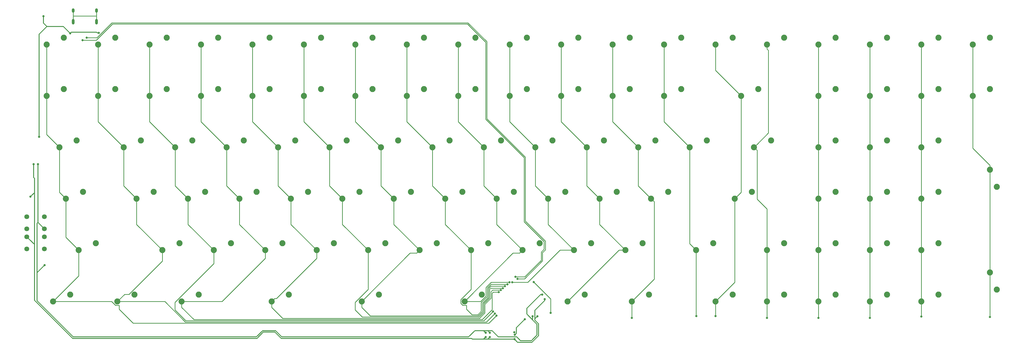
<source format=gtl>
G04 #@! TF.GenerationSoftware,KiCad,Pcbnew,(5.1.4)-1*
G04 #@! TF.CreationDate,2020-07-23T17:22:27-07:00*
G04 #@! TF.ProjectId,v1PCB,76315043-422e-46b6-9963-61645f706362,rev?*
G04 #@! TF.SameCoordinates,Original*
G04 #@! TF.FileFunction,Copper,L1,Top*
G04 #@! TF.FilePolarity,Positive*
%FSLAX46Y46*%
G04 Gerber Fmt 4.6, Leading zero omitted, Abs format (unit mm)*
G04 Created by KiCad (PCBNEW (5.1.4)-1) date 2020-07-23 17:22:27*
%MOMM*%
%LPD*%
G04 APERTURE LIST*
%ADD10C,2.250000*%
%ADD11O,1.000000X2.100000*%
%ADD12O,1.000000X1.600000*%
%ADD13C,1.800000*%
%ADD14C,0.800000*%
%ADD15C,0.304800*%
%ADD16C,0.254000*%
G04 APERTURE END LIST*
D10*
X145415000Y-111252000D03*
X139065000Y-113792000D03*
X138271250Y-187452000D03*
X131921250Y-189992000D03*
X281146250Y-206502000D03*
X274796250Y-209042000D03*
X471805000Y-204597000D03*
X469265000Y-198247000D03*
X471805000Y-166497000D03*
X469265000Y-160147000D03*
X209708750Y-206502000D03*
X203358750Y-209042000D03*
X366871250Y-187452000D03*
X360521250Y-189992000D03*
X381158750Y-168402000D03*
X374808750Y-170942000D03*
X383540000Y-130302000D03*
X377190000Y-132842000D03*
X321627500Y-187452000D03*
X315277500Y-189992000D03*
D11*
X129823750Y-105332000D03*
X138463750Y-105332000D03*
D12*
X129823750Y-101152000D03*
X138463750Y-101152000D03*
D10*
X126365000Y-111252000D03*
X120015000Y-113792000D03*
X302577500Y-187452000D03*
X296227500Y-189992000D03*
X169227500Y-187452000D03*
X162877500Y-189992000D03*
X240665000Y-111252000D03*
X234315000Y-113792000D03*
X183515000Y-111252000D03*
X177165000Y-113792000D03*
X393065000Y-187452000D03*
X386715000Y-189992000D03*
X173990000Y-149352000D03*
X167640000Y-151892000D03*
X412115000Y-149352000D03*
X405765000Y-151892000D03*
D13*
X112701000Y-189575000D03*
X119201000Y-185075000D03*
X112701000Y-185075000D03*
X119201000Y-189575000D03*
D10*
X450215000Y-206502000D03*
X443865000Y-209042000D03*
X431165000Y-206502000D03*
X424815000Y-209042000D03*
X412115000Y-206502000D03*
X405765000Y-209042000D03*
X393065000Y-206502000D03*
X386715000Y-209042000D03*
X374015000Y-206502000D03*
X367665000Y-209042000D03*
X343058750Y-206502000D03*
X336708750Y-209042000D03*
X319246250Y-206502000D03*
X312896250Y-209042000D03*
X243046250Y-206502000D03*
X236696250Y-209042000D03*
X176371250Y-206502000D03*
X170021250Y-209042000D03*
X152558750Y-206502000D03*
X146208750Y-209042000D03*
X128746250Y-206502000D03*
X122396250Y-209042000D03*
X450215000Y-187452000D03*
X443865000Y-189992000D03*
X431165000Y-187452000D03*
X424815000Y-189992000D03*
X412115000Y-187452000D03*
X405765000Y-189992000D03*
X340677500Y-187452000D03*
X334327500Y-189992000D03*
X283527500Y-187452000D03*
X277177500Y-189992000D03*
X264477500Y-187452000D03*
X258127500Y-189992000D03*
X245427500Y-187452000D03*
X239077500Y-189992000D03*
X226377500Y-187452000D03*
X220027500Y-189992000D03*
X207327500Y-187452000D03*
X200977500Y-189992000D03*
X188277500Y-187452000D03*
X181927500Y-189992000D03*
X450215000Y-168402000D03*
X443865000Y-170942000D03*
X431165000Y-168402000D03*
X424815000Y-170942000D03*
X412115000Y-168402000D03*
X405765000Y-170942000D03*
X350202500Y-168402000D03*
X343852500Y-170942000D03*
X331152500Y-168402000D03*
X324802500Y-170942000D03*
X312102500Y-168402000D03*
X305752500Y-170942000D03*
X293052500Y-168402000D03*
X286702500Y-170942000D03*
X274002500Y-168402000D03*
X267652500Y-170942000D03*
X254952500Y-168402000D03*
X248602500Y-170942000D03*
X235902500Y-168402000D03*
X229552500Y-170942000D03*
X216852500Y-168402000D03*
X210502500Y-170942000D03*
X197802500Y-168402000D03*
X191452500Y-170942000D03*
X178752500Y-168402000D03*
X172402500Y-170942000D03*
X159702500Y-168402000D03*
X153352500Y-170942000D03*
X133508750Y-168402000D03*
X127158750Y-170942000D03*
X450215000Y-149352000D03*
X443865000Y-151892000D03*
X431165000Y-149352000D03*
X424815000Y-151892000D03*
X388302500Y-149352000D03*
X381952500Y-151892000D03*
X364490000Y-149352000D03*
X358140000Y-151892000D03*
X345440000Y-149352000D03*
X339090000Y-151892000D03*
X326390000Y-149352000D03*
X320040000Y-151892000D03*
X307340000Y-149352000D03*
X300990000Y-151892000D03*
X288290000Y-149352000D03*
X281940000Y-151892000D03*
X269240000Y-149352000D03*
X262890000Y-151892000D03*
X250190000Y-149352000D03*
X243840000Y-151892000D03*
X231140000Y-149352000D03*
X224790000Y-151892000D03*
X212090000Y-149352000D03*
X205740000Y-151892000D03*
X193040000Y-149352000D03*
X186690000Y-151892000D03*
X154940000Y-149352000D03*
X148590000Y-151892000D03*
X131127500Y-149352000D03*
X124777500Y-151892000D03*
X469265000Y-130302000D03*
X462915000Y-132842000D03*
X450215000Y-130302000D03*
X443865000Y-132842000D03*
X431165000Y-130302000D03*
X424815000Y-132842000D03*
X412115000Y-130302000D03*
X405765000Y-132842000D03*
X354965000Y-130302000D03*
X348615000Y-132842000D03*
X335915000Y-130302000D03*
X329565000Y-132842000D03*
X316865000Y-130302000D03*
X310515000Y-132842000D03*
X297815000Y-130302000D03*
X291465000Y-132842000D03*
X278765000Y-130302000D03*
X272415000Y-132842000D03*
X259715000Y-130302000D03*
X253365000Y-132842000D03*
X240665000Y-130302000D03*
X234315000Y-132842000D03*
X221615000Y-130302000D03*
X215265000Y-132842000D03*
X202565000Y-130302000D03*
X196215000Y-132842000D03*
X183515000Y-130302000D03*
X177165000Y-132842000D03*
X164465000Y-130302000D03*
X158115000Y-132842000D03*
X145415000Y-130302000D03*
X139065000Y-132842000D03*
X126365000Y-130302000D03*
X120015000Y-132842000D03*
X469265000Y-111252000D03*
X462915000Y-113792000D03*
X450215000Y-111252000D03*
X443865000Y-113792000D03*
X431165000Y-111252000D03*
X424815000Y-113792000D03*
X412115000Y-111252000D03*
X405765000Y-113792000D03*
X393065000Y-111252000D03*
X386715000Y-113792000D03*
X374015000Y-111252000D03*
X367665000Y-113792000D03*
X354965000Y-111252000D03*
X348615000Y-113792000D03*
X335915000Y-111252000D03*
X329565000Y-113792000D03*
X316865000Y-111252000D03*
X310515000Y-113792000D03*
X297815000Y-111252000D03*
X291465000Y-113792000D03*
X278765000Y-111252000D03*
X272415000Y-113792000D03*
X259715000Y-111252000D03*
X253365000Y-113792000D03*
X221615000Y-111252000D03*
X215265000Y-113792000D03*
X202565000Y-111252000D03*
X196215000Y-113792000D03*
X164465000Y-111252000D03*
X158115000Y-113792000D03*
D13*
X119201000Y-177582000D03*
X112701000Y-182082000D03*
X119201000Y-182082000D03*
X112701000Y-177582000D03*
D14*
X128778000Y-109601000D03*
X139319000Y-109474000D03*
X117221000Y-147955000D03*
X282575000Y-220662500D03*
X284162500Y-220662500D03*
X119253000Y-195580000D03*
X303530000Y-206502000D03*
X299974000Y-214567000D03*
X116840000Y-158115000D03*
X118872000Y-103251000D03*
X286617380Y-214274970D03*
X285978701Y-213505494D03*
X285335827Y-212739519D03*
X287463328Y-205565000D03*
X288198958Y-204838000D03*
X288938896Y-204111000D03*
X289740662Y-203384000D03*
X290655054Y-202657000D03*
X291440497Y-201930000D03*
X292440500Y-201930000D03*
X336677000Y-215163000D03*
X360553000Y-214459000D03*
X367665000Y-214459000D03*
X386715000Y-215163000D03*
X405765000Y-215163000D03*
X424815000Y-215163000D03*
X443865000Y-214629901D03*
X469265000Y-214757000D03*
X282575000Y-222250000D03*
X284162500Y-222250000D03*
X114046000Y-170180000D03*
X293382013Y-221415629D03*
X293274750Y-223043750D03*
X297053000Y-215622010D03*
X301752000Y-214567000D03*
X304419000Y-208153000D03*
X115189000Y-158115000D03*
X293167236Y-220438964D03*
X306668032Y-213283329D03*
X300355000Y-201803000D03*
X294392223Y-200625000D03*
X134874000Y-111252000D03*
X293624000Y-199898000D03*
X133350000Y-112141000D03*
D15*
X139319000Y-109474000D02*
X138753315Y-109474000D01*
X138480316Y-109201001D02*
X129177999Y-109201001D01*
X129177999Y-109201001D02*
X128778000Y-109601000D01*
X138753315Y-109474000D02*
X138480316Y-109201001D01*
X126238000Y-107061000D02*
X124503058Y-107061000D01*
X128778000Y-109601000D02*
X126238000Y-107061000D01*
X124503058Y-107061000D02*
X120269000Y-107061000D01*
X120269000Y-107061000D02*
X120142000Y-107061000D01*
X281781250Y-219868750D02*
X282575000Y-220662500D01*
X280987500Y-219868750D02*
X281781250Y-219868750D01*
X283368750Y-219868750D02*
X284162500Y-220662500D01*
X280987500Y-219868750D02*
X283368750Y-219868750D01*
X116499500Y-192826500D02*
X116499500Y-198414500D01*
X116499500Y-198333500D02*
X116499500Y-198414500D01*
X119253000Y-195580000D02*
X116499500Y-198333500D01*
X302907170Y-206502000D02*
X303530000Y-206502000D01*
X297815000Y-213728830D02*
X297815000Y-211594170D01*
X301602790Y-221522380D02*
X301602790Y-217516620D01*
X283368750Y-219868750D02*
X284956250Y-219868750D01*
X284956250Y-219868750D02*
X287283501Y-222196001D01*
X287283501Y-222196001D02*
X294078001Y-222196001D01*
X294078001Y-222196001D02*
X295506790Y-223624790D01*
X297815000Y-211594170D02*
X302907170Y-206502000D01*
X295506790Y-223624790D02*
X299500380Y-223624790D01*
X299500380Y-223624790D02*
X301602790Y-221522380D01*
X299974000Y-215887830D02*
X300234085Y-216147915D01*
X299974000Y-214567000D02*
X299974000Y-215887830D01*
X301602790Y-217516620D02*
X300234085Y-216147915D01*
X300234085Y-216147915D02*
X297815000Y-213728830D01*
X278606250Y-219868750D02*
X280987500Y-219868750D01*
X276278999Y-222196001D02*
X278606250Y-219868750D01*
X207114751Y-222196001D02*
X276278999Y-222196001D01*
X116499500Y-198414500D02*
X116499500Y-208790600D01*
X116499500Y-208790600D02*
X129904901Y-222196001D01*
X129904901Y-222196001D02*
X197697749Y-222196001D01*
X197697749Y-222196001D02*
X200025000Y-219868750D01*
X200025000Y-219868750D02*
X204787500Y-219868750D01*
X204787500Y-219868750D02*
X207114751Y-222196001D01*
X117221000Y-109982000D02*
X117221000Y-117348000D01*
X120142000Y-107061000D02*
X117221000Y-109982000D01*
X117221000Y-117348000D02*
X117221000Y-147955000D01*
X116840000Y-158115000D02*
X116840000Y-178516000D01*
X116499500Y-180045500D02*
X116840000Y-179705000D01*
X116499500Y-180045500D02*
X116499500Y-192826500D01*
X116840000Y-179721000D02*
X119201000Y-182082000D01*
X116840000Y-178816000D02*
X116840000Y-179721000D01*
X116840000Y-178816000D02*
X116840000Y-158115000D01*
X116840000Y-179705000D02*
X116840000Y-178816000D01*
X118872000Y-105791000D02*
X120142000Y-107061000D01*
X118872000Y-103251000D02*
X118872000Y-105791000D01*
D16*
X120015000Y-147129500D02*
X124777500Y-151892000D01*
X120015000Y-132842000D02*
X120015000Y-147129500D01*
X124777500Y-168560750D02*
X127158750Y-170942000D01*
X124777500Y-151892000D02*
X124777500Y-168560750D01*
X127158750Y-185229500D02*
X131921250Y-189992000D01*
X127158750Y-170942000D02*
X127158750Y-185229500D01*
X131921250Y-199517000D02*
X122396250Y-209042000D01*
X131921250Y-189992000D02*
X131921250Y-199517000D01*
X120015000Y-131251010D02*
X120015000Y-113792000D01*
X120015000Y-132842000D02*
X120015000Y-131251010D01*
X283810995Y-217081355D02*
X286617380Y-214274970D01*
X144059788Y-209042000D02*
X145511789Y-210494001D01*
X122396250Y-209042000D02*
X144059788Y-209042000D01*
X145511789Y-210494001D02*
X146905711Y-210494001D01*
X146905711Y-210494001D02*
X146905711Y-211903895D01*
X146905711Y-211903895D02*
X152083171Y-217081355D01*
X152083171Y-217081355D02*
X283810995Y-217081355D01*
X139065000Y-113792000D02*
X139065000Y-132842000D01*
X139065000Y-142367000D02*
X148590000Y-151892000D01*
X139065000Y-132842000D02*
X139065000Y-142367000D01*
X148590000Y-166179500D02*
X153352500Y-170942000D01*
X148590000Y-151892000D02*
X148590000Y-166179500D01*
X153352500Y-180467000D02*
X162877500Y-189992000D01*
X153352500Y-170942000D02*
X153352500Y-180467000D01*
X282856850Y-216627345D02*
X285978701Y-213505494D01*
X171375566Y-216627345D02*
X282856850Y-216627345D01*
X146208750Y-209042000D02*
X163790221Y-209042000D01*
X163790221Y-209042000D02*
X171375566Y-216627345D01*
X162877500Y-194034288D02*
X150536788Y-206375000D01*
X162877500Y-189992000D02*
X162877500Y-194034288D01*
X148875750Y-206375000D02*
X146208750Y-209042000D01*
X150536788Y-206375000D02*
X148875750Y-206375000D01*
X158115000Y-115382990D02*
X158115000Y-132842000D01*
X158115000Y-113792000D02*
X158115000Y-115382990D01*
X158115000Y-142367000D02*
X167640000Y-151892000D01*
X158115000Y-132842000D02*
X158115000Y-142367000D01*
X167640000Y-166179500D02*
X172402500Y-170942000D01*
X167640000Y-151892000D02*
X167640000Y-166179500D01*
X172402500Y-180467000D02*
X181927500Y-189992000D01*
X172402500Y-170942000D02*
X172402500Y-180467000D01*
X171563623Y-216173335D02*
X281515944Y-216173335D01*
X167549249Y-212158961D02*
X171563623Y-216173335D01*
X167549249Y-209365039D02*
X167549249Y-212158961D01*
X181927500Y-189992000D02*
X181927500Y-194986788D01*
X181927500Y-194986788D02*
X167549249Y-209365039D01*
X281515944Y-216173335D02*
X281902011Y-216173335D01*
X281902011Y-216173335D02*
X285335827Y-212739519D01*
X177165000Y-113792000D02*
X177165000Y-132842000D01*
X177165000Y-142367000D02*
X186690000Y-151892000D01*
X177165000Y-132842000D02*
X177165000Y-142367000D01*
X186690000Y-166179500D02*
X191452500Y-170942000D01*
X186690000Y-151892000D02*
X186690000Y-166179500D01*
X191452500Y-180467000D02*
X200977500Y-189992000D01*
X191452500Y-170942000D02*
X191452500Y-180467000D01*
X171612240Y-209042000D02*
X170021250Y-209042000D01*
X184976462Y-209042000D02*
X171612240Y-209042000D01*
X200977500Y-193040962D02*
X184976462Y-209042000D01*
X200977500Y-189992000D02*
X200977500Y-193040962D01*
X284972050Y-212075162D02*
X284972050Y-206375000D01*
X281327887Y-215719325D02*
X284972050Y-212075162D01*
X174533641Y-215719325D02*
X281327887Y-215719325D01*
X170021250Y-209042000D02*
X170021250Y-211206934D01*
X170021250Y-211206934D02*
X174533641Y-215719325D01*
X284972050Y-206375000D02*
X284972050Y-206009950D01*
X284972050Y-206009950D02*
X285417000Y-205565000D01*
X285417000Y-205565000D02*
X287463328Y-205565000D01*
X196215000Y-113792000D02*
X196215000Y-132842000D01*
X196215000Y-142367000D02*
X205740000Y-151892000D01*
X196215000Y-132842000D02*
X196215000Y-142367000D01*
X205740000Y-166179500D02*
X210502500Y-170942000D01*
X205740000Y-151892000D02*
X205740000Y-166179500D01*
X210502500Y-180467000D02*
X220027500Y-189992000D01*
X210502500Y-170942000D02*
X210502500Y-180467000D01*
X204483749Y-207917001D02*
X203358750Y-209042000D01*
X205151461Y-207917001D02*
X204483749Y-207917001D01*
X220027500Y-193040962D02*
X205151461Y-207917001D01*
X220027500Y-189992000D02*
X220027500Y-193040962D01*
X280284455Y-215264929D02*
X282289181Y-213260203D01*
X207417133Y-215265316D02*
X280284455Y-215264929D01*
X203358750Y-209042000D02*
X203358750Y-211206934D01*
X203358750Y-211206934D02*
X207417133Y-215265316D01*
X282289181Y-213260203D02*
X282289181Y-210089819D01*
X282956000Y-209409478D02*
X284518040Y-207847440D01*
X282289181Y-210089819D02*
X282956000Y-209423000D01*
X282956000Y-209423000D02*
X282956000Y-209409478D01*
X284518040Y-207847440D02*
X284518040Y-205994000D01*
X284518040Y-205994000D02*
X284518040Y-205447960D01*
X284518040Y-205447960D02*
X285128000Y-204838000D01*
X285128000Y-204838000D02*
X288198958Y-204838000D01*
X215265000Y-113792000D02*
X215265000Y-132842000D01*
X215265000Y-142367000D02*
X224790000Y-151892000D01*
X215265000Y-132842000D02*
X215265000Y-142367000D01*
X224790000Y-166179500D02*
X229552500Y-170942000D01*
X224790000Y-151892000D02*
X224790000Y-166179500D01*
X229552500Y-180467000D02*
X239077500Y-189992000D01*
X229552500Y-170942000D02*
X229552500Y-180467000D01*
X280096397Y-214810921D02*
X280362350Y-214544967D01*
X236876209Y-214810921D02*
X280096397Y-214810921D01*
X234224249Y-212158961D02*
X236876209Y-214810921D01*
X234224249Y-209365039D02*
X234224249Y-212158961D01*
X239077500Y-189992000D02*
X239077500Y-204511788D01*
X239077500Y-204511788D02*
X234224249Y-209365039D01*
X281835171Y-213072147D02*
X281835171Y-209888241D01*
X280362350Y-214544967D02*
X281835171Y-213072147D01*
X281835171Y-209888241D02*
X284064030Y-207659383D01*
X284064030Y-207659383D02*
X284064030Y-204851000D01*
X284064030Y-204851000D02*
X284064030Y-204399168D01*
X284064030Y-204399168D02*
X284352198Y-204111000D01*
X284352198Y-204111000D02*
X288938896Y-204111000D01*
X234315000Y-115382990D02*
X234315000Y-132842000D01*
X234315000Y-113792000D02*
X234315000Y-115382990D01*
X234315000Y-142367000D02*
X243840000Y-151892000D01*
X234315000Y-132842000D02*
X234315000Y-142367000D01*
X243840000Y-166179500D02*
X248602500Y-170942000D01*
X243840000Y-151892000D02*
X243840000Y-166179500D01*
X248602500Y-180467000D02*
X258127500Y-189992000D01*
X248602500Y-170942000D02*
X248602500Y-180467000D01*
X237821249Y-207917001D02*
X236696250Y-209042000D01*
X254621251Y-191116999D02*
X237821249Y-207917001D01*
X257002501Y-191116999D02*
X254621251Y-191116999D01*
X258127500Y-189992000D02*
X257002501Y-191116999D01*
X279908340Y-214356911D02*
X281381161Y-212884090D01*
X239846227Y-214356911D02*
X279908340Y-214356911D01*
X236696250Y-209042000D02*
X236696250Y-211206934D01*
X236696250Y-211206934D02*
X239846227Y-214356911D01*
X281381161Y-212884090D02*
X281381161Y-209700185D01*
X281381161Y-209700185D02*
X283610020Y-207471326D01*
X283610020Y-207471326D02*
X283610020Y-204211112D01*
X283610020Y-204211112D02*
X284437132Y-203384000D01*
X284437132Y-203384000D02*
X289740662Y-203384000D01*
X253365000Y-113792000D02*
X253365000Y-132842000D01*
X253365000Y-142367000D02*
X262890000Y-151892000D01*
X253365000Y-132842000D02*
X253365000Y-142367000D01*
X262890000Y-166179500D02*
X267652500Y-170942000D01*
X262890000Y-151892000D02*
X262890000Y-166179500D01*
X267652500Y-180467000D02*
X277177500Y-189992000D01*
X267652500Y-170942000D02*
X267652500Y-180467000D01*
X280927151Y-209496010D02*
X280943269Y-209496010D01*
X279720283Y-213902901D02*
X280927151Y-212696033D01*
X280927151Y-212696033D02*
X280927151Y-209496010D01*
X275493211Y-211903895D02*
X277492217Y-213902901D01*
X277492217Y-213902901D02*
X279720283Y-213902901D01*
X277177500Y-204511788D02*
X273344249Y-208345039D01*
X277177500Y-189992000D02*
X277177500Y-204511788D01*
X273344249Y-208345039D02*
X273344249Y-209738961D01*
X273344249Y-209738961D02*
X274099289Y-210494001D01*
X274099289Y-210494001D02*
X275493211Y-210494001D01*
X275493211Y-210494001D02*
X275493211Y-211903895D01*
X280943269Y-209496009D02*
X283156010Y-207283269D01*
X280943269Y-209496010D02*
X280943269Y-209496009D01*
X283156010Y-207283269D02*
X283156010Y-204023056D01*
X283156010Y-204023056D02*
X284522066Y-202657000D01*
X284522066Y-202657000D02*
X290655054Y-202657000D01*
X272415000Y-115956934D02*
X272415000Y-132842000D01*
X272415000Y-113792000D02*
X272415000Y-115956934D01*
X272415000Y-142367000D02*
X281940000Y-151892000D01*
X272415000Y-132842000D02*
X272415000Y-142367000D01*
X281940000Y-166179500D02*
X286702500Y-170942000D01*
X281940000Y-151892000D02*
X281940000Y-166179500D01*
X286702500Y-180467000D02*
X296227500Y-189992000D01*
X286702500Y-170942000D02*
X286702500Y-180467000D01*
X275921249Y-207917001D02*
X274796250Y-209042000D01*
X292721251Y-191116999D02*
X275921249Y-207917001D01*
X295102501Y-191116999D02*
X292721251Y-191116999D01*
X296227500Y-189992000D02*
X295102501Y-191116999D01*
X280755212Y-209042000D02*
X282702000Y-207095212D01*
X274796250Y-209042000D02*
X280755212Y-209042000D01*
X282702000Y-207095212D02*
X282702000Y-203835000D01*
X282702000Y-203835000D02*
X284607000Y-201930000D01*
X284607000Y-201930000D02*
X291440497Y-201930000D01*
X291465000Y-113792000D02*
X291465000Y-132842000D01*
X291465000Y-142367000D02*
X300990000Y-151892000D01*
X291465000Y-132842000D02*
X291465000Y-142367000D01*
X300990000Y-166179500D02*
X305752500Y-170942000D01*
X300990000Y-151892000D02*
X300990000Y-166179500D01*
X305752500Y-180467000D02*
X315277500Y-189992000D01*
X305752500Y-170942000D02*
X305752500Y-180467000D01*
X298140529Y-201930000D02*
X292440500Y-201930000D01*
X315277500Y-189992000D02*
X310078529Y-189992000D01*
X310078529Y-189992000D02*
X298140529Y-201930000D01*
X310515000Y-113792000D02*
X310515000Y-132842000D01*
X310515000Y-142367000D02*
X320040000Y-151892000D01*
X310515000Y-132842000D02*
X310515000Y-142367000D01*
X320040000Y-166179500D02*
X324802500Y-170942000D01*
X320040000Y-151892000D02*
X320040000Y-166179500D01*
X324802500Y-180467000D02*
X334327500Y-189992000D01*
X324802500Y-170942000D02*
X324802500Y-180467000D01*
X331946250Y-189992000D02*
X312896250Y-209042000D01*
X334327500Y-189992000D02*
X331946250Y-189992000D01*
X329565000Y-116840962D02*
X329565000Y-132842000D01*
X329565000Y-113792000D02*
X329565000Y-116840962D01*
X329565000Y-142367000D02*
X339090000Y-151892000D01*
X329565000Y-132842000D02*
X329565000Y-142367000D01*
X339090000Y-166179500D02*
X343852500Y-170942000D01*
X339090000Y-151892000D02*
X339090000Y-166179500D01*
X337833749Y-207917001D02*
X336708750Y-209042000D01*
X344977499Y-200773251D02*
X337833749Y-207917001D01*
X344977499Y-172066999D02*
X344977499Y-200773251D01*
X343852500Y-170942000D02*
X344977499Y-172066999D01*
X336708750Y-209042000D02*
X336708750Y-215131250D01*
X336708750Y-215131250D02*
X336677000Y-215163000D01*
X348615000Y-115382990D02*
X348615000Y-132842000D01*
X348615000Y-113792000D02*
X348615000Y-115382990D01*
X348615000Y-142367000D02*
X358140000Y-151892000D01*
X348615000Y-132842000D02*
X348615000Y-142367000D01*
X358140000Y-187610750D02*
X360521250Y-189992000D01*
X358140000Y-151892000D02*
X358140000Y-187610750D01*
X360521250Y-189992000D02*
X360521250Y-214427250D01*
X360521250Y-214427250D02*
X360553000Y-214459000D01*
X367665000Y-123317000D02*
X377190000Y-132842000D01*
X367665000Y-113792000D02*
X367665000Y-123317000D01*
X377190000Y-168560750D02*
X374808750Y-170942000D01*
X377190000Y-132842000D02*
X377190000Y-168560750D01*
X374808750Y-201898250D02*
X367665000Y-209042000D01*
X374808750Y-170942000D02*
X374808750Y-201898250D01*
X367665000Y-209042000D02*
X367665000Y-214459000D01*
X383077499Y-150767001D02*
X381952500Y-151892000D01*
X387282001Y-146562499D02*
X383077499Y-150767001D01*
X387282001Y-115949991D02*
X387282001Y-146562499D01*
X386715000Y-115382990D02*
X387282001Y-115949991D01*
X386715000Y-113792000D02*
X386715000Y-115382990D01*
X386715000Y-188401010D02*
X386715000Y-189992000D01*
X386715000Y-174719288D02*
X386715000Y-188401010D01*
X383077499Y-171081787D02*
X386715000Y-174719288D01*
X383077499Y-153016999D02*
X383077499Y-171081787D01*
X381952500Y-151892000D02*
X383077499Y-153016999D01*
X386715000Y-189992000D02*
X386715000Y-209042000D01*
X386715000Y-209042000D02*
X386715000Y-215163000D01*
X405765000Y-113792000D02*
X405765000Y-209042000D01*
X405765000Y-209042000D02*
X405765000Y-215163000D01*
X424815000Y-113792000D02*
X424815000Y-209042000D01*
X424815000Y-209042000D02*
X424815000Y-215163000D01*
X443865000Y-173990962D02*
X443865000Y-209042000D01*
X443865000Y-113792000D02*
X443865000Y-173990962D01*
X443865000Y-209042000D02*
X443865000Y-214629901D01*
X462915000Y-113792000D02*
X462915000Y-132842000D01*
X462915000Y-152206010D02*
X462915000Y-148590000D01*
X469265000Y-158556010D02*
X462915000Y-152206010D01*
X469265000Y-160147000D02*
X469265000Y-158556010D01*
X462915000Y-132842000D02*
X462915000Y-148590000D01*
X469265000Y-160147000D02*
X469265000Y-198247000D01*
X469265000Y-198247000D02*
X469265000Y-214757000D01*
D15*
X281781250Y-223043750D02*
X282575000Y-222250000D01*
X283368750Y-223043750D02*
X284162500Y-222250000D01*
X282575000Y-223043750D02*
X283368750Y-223043750D01*
X281781250Y-223043750D02*
X282575000Y-223043750D01*
X113630999Y-185974999D02*
X115529500Y-187873500D01*
X113600999Y-185974999D02*
X113630999Y-185974999D01*
X112701000Y-185075000D02*
X113600999Y-185974999D01*
X115529500Y-171490500D02*
X115529500Y-187873500D01*
X114445999Y-169780001D02*
X115529500Y-168696500D01*
X114046000Y-170180000D02*
X114445999Y-169780001D01*
X115529500Y-168696500D02*
X115529500Y-171490500D01*
X282575000Y-223043750D02*
X293274750Y-223043750D01*
X301752000Y-214567000D02*
X300831250Y-215487750D01*
X302133000Y-217297000D02*
X300831250Y-215995250D01*
X300831250Y-215487750D02*
X300831250Y-215995250D01*
X293274750Y-223043750D02*
X294386000Y-224155000D01*
X294386000Y-224155000D02*
X299720000Y-224155000D01*
X299720000Y-224155000D02*
X302133000Y-221742000D01*
X302133000Y-221742000D02*
X302133000Y-217297000D01*
X304419000Y-208718685D02*
X304419000Y-208153000D01*
X300831250Y-212306434D02*
X304419000Y-208718685D01*
X300831250Y-215995250D02*
X300831250Y-212306434D01*
X293932337Y-218742673D02*
X297053000Y-215622010D01*
X293932337Y-220865305D02*
X293932337Y-218742673D01*
X293382013Y-221415629D02*
X293932337Y-220865305D01*
X277653828Y-223043750D02*
X281781250Y-223043750D01*
X206895131Y-222726211D02*
X277336289Y-222726211D01*
X115529500Y-187873500D02*
X115529500Y-208570430D01*
X115529500Y-208570430D02*
X129685281Y-222726211D01*
X277336289Y-222726211D02*
X277653828Y-223043750D01*
X129685281Y-222726211D02*
X197917369Y-222726211D01*
X197917369Y-222726211D02*
X200244620Y-220398960D01*
X200244620Y-220398960D02*
X204567880Y-220398960D01*
X204567880Y-220398960D02*
X206895131Y-222726211D01*
X115529500Y-168696500D02*
X115529500Y-163408500D01*
X115189000Y-163068000D02*
X115189000Y-158115000D01*
X115529500Y-163408500D02*
X115189000Y-163068000D01*
D16*
X306668032Y-208116032D02*
X306668032Y-213283329D01*
X300355000Y-201803000D02*
X306668032Y-208116032D01*
X294957908Y-200625000D02*
X294392223Y-200625000D01*
X303603010Y-193990057D02*
X296968067Y-200625000D01*
X304678011Y-189867056D02*
X303603010Y-190942057D01*
X303603010Y-190942057D02*
X303603010Y-193990057D01*
X297248511Y-179267443D02*
X304678011Y-186696942D01*
X134874000Y-111252000D02*
X138676934Y-111252000D01*
X297248511Y-155519482D02*
X297248511Y-179267443D01*
X138676934Y-111252000D02*
X144210943Y-105717990D01*
X296968067Y-200625000D02*
X294957908Y-200625000D01*
X304678011Y-186696942D02*
X304678011Y-189867056D01*
X144210943Y-105717990D02*
X276022019Y-105717990D01*
X276022019Y-105717990D02*
X283029010Y-112724981D01*
X283029010Y-112724981D02*
X283029010Y-141299982D01*
X283029010Y-141299982D02*
X297248511Y-155519482D01*
X275833962Y-106172000D02*
X282575000Y-112913038D01*
X144399000Y-106172000D02*
X275833962Y-106172000D01*
X138430000Y-112141000D02*
X144399000Y-106172000D01*
X133350000Y-112141000D02*
X138430000Y-112141000D01*
X282575000Y-112913038D02*
X282575000Y-141488038D01*
X282575000Y-141488038D02*
X296794501Y-155707539D01*
X296794501Y-155707539D02*
X296794501Y-179455499D01*
X304224001Y-186884999D02*
X304224001Y-187765001D01*
X296794501Y-179455499D02*
X304224001Y-186884999D01*
X304224001Y-188027999D02*
X304224001Y-189678999D01*
X304224001Y-188027999D02*
X304224001Y-188281999D01*
X304224001Y-187765001D02*
X304224001Y-188027999D01*
X304224001Y-189678999D02*
X303149000Y-190754000D01*
X303149000Y-190754000D02*
X303149000Y-193802000D01*
X294189685Y-199898000D02*
X293624000Y-199898000D01*
X297053001Y-199897999D02*
X294189685Y-199898000D01*
X303149000Y-193802000D02*
X297053001Y-199897999D01*
X138463750Y-101152000D02*
X138463750Y-102206000D01*
X129823750Y-101152000D02*
X129823750Y-102206000D01*
X138400250Y-103221250D02*
X138463750Y-103157750D01*
X129823750Y-103221250D02*
X138400250Y-103221250D01*
X138463750Y-103157750D02*
X138463750Y-105332000D01*
X138463750Y-102206000D02*
X138463750Y-103157750D01*
X129823750Y-103221250D02*
X129823750Y-105332000D01*
X129823750Y-102206000D02*
X129823750Y-103221250D01*
M02*

</source>
